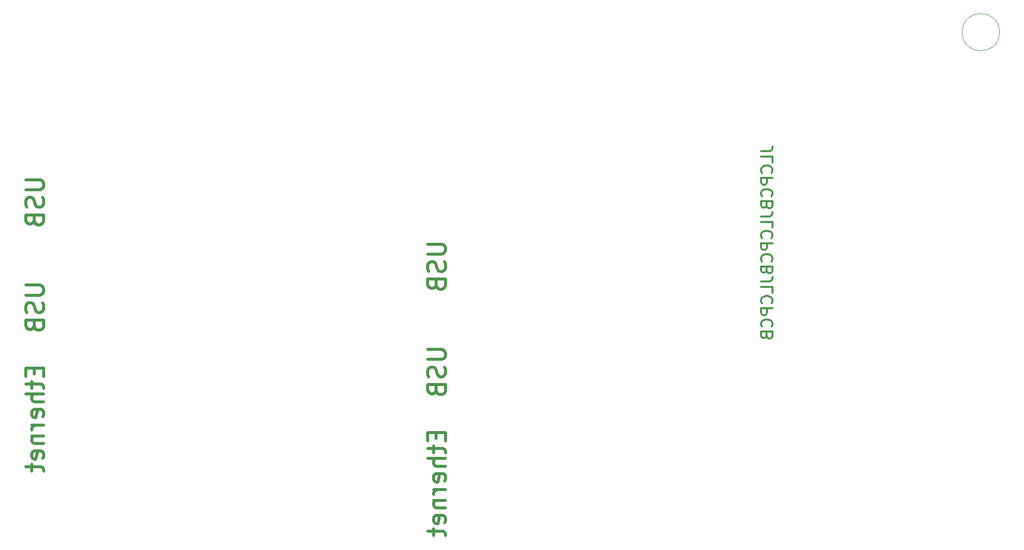
<source format=gbr>
%TF.GenerationSoftware,KiCad,Pcbnew,(5.1.5)-3*%
%TF.CreationDate,2020-09-07T19:44:54+02:00*%
%TF.ProjectId,fusion,66757369-6f6e-42e6-9b69-6361645f7063,rev?*%
%TF.SameCoordinates,Original*%
%TF.FileFunction,Legend,Bot*%
%TF.FilePolarity,Positive*%
%FSLAX46Y46*%
G04 Gerber Fmt 4.6, Leading zero omitted, Abs format (unit mm)*
G04 Created by KiCad (PCBNEW (5.1.5)-3) date 2020-09-07 19:44:54*
%MOMM*%
%LPD*%
G04 APERTURE LIST*
%ADD10C,0.300000*%
%ADD11C,0.120000*%
%ADD12C,0.500000*%
G04 APERTURE END LIST*
D10*
X219904761Y-69333333D02*
X221333333Y-69333333D01*
X221619047Y-69238095D01*
X221809523Y-69047619D01*
X221904761Y-68761904D01*
X221904761Y-68571428D01*
X221904761Y-71238095D02*
X221904761Y-70285714D01*
X219904761Y-70285714D01*
X221714285Y-73047619D02*
X221809523Y-72952380D01*
X221904761Y-72666666D01*
X221904761Y-72476190D01*
X221809523Y-72190476D01*
X221619047Y-72000000D01*
X221428571Y-71904761D01*
X221047619Y-71809523D01*
X220761904Y-71809523D01*
X220380952Y-71904761D01*
X220190476Y-72000000D01*
X220000000Y-72190476D01*
X219904761Y-72476190D01*
X219904761Y-72666666D01*
X220000000Y-72952380D01*
X220095238Y-73047619D01*
X221904761Y-73904761D02*
X219904761Y-73904761D01*
X219904761Y-74666666D01*
X220000000Y-74857142D01*
X220095238Y-74952380D01*
X220285714Y-75047619D01*
X220571428Y-75047619D01*
X220761904Y-74952380D01*
X220857142Y-74857142D01*
X220952380Y-74666666D01*
X220952380Y-73904761D01*
X221714285Y-77047619D02*
X221809523Y-76952380D01*
X221904761Y-76666666D01*
X221904761Y-76476190D01*
X221809523Y-76190476D01*
X221619047Y-76000000D01*
X221428571Y-75904761D01*
X221047619Y-75809523D01*
X220761904Y-75809523D01*
X220380952Y-75904761D01*
X220190476Y-76000000D01*
X220000000Y-76190476D01*
X219904761Y-76476190D01*
X219904761Y-76666666D01*
X220000000Y-76952380D01*
X220095238Y-77047619D01*
X220857142Y-78571428D02*
X220952380Y-78857142D01*
X221047619Y-78952380D01*
X221238095Y-79047619D01*
X221523809Y-79047619D01*
X221714285Y-78952380D01*
X221809523Y-78857142D01*
X221904761Y-78666666D01*
X221904761Y-77904761D01*
X219904761Y-77904761D01*
X219904761Y-78571428D01*
X220000000Y-78761904D01*
X220095238Y-78857142D01*
X220285714Y-78952380D01*
X220476190Y-78952380D01*
X220666666Y-78857142D01*
X220761904Y-78761904D01*
X220857142Y-78571428D01*
X220857142Y-77904761D01*
X219904761Y-80476190D02*
X221333333Y-80476190D01*
X221619047Y-80380952D01*
X221809523Y-80190476D01*
X221904761Y-79904761D01*
X221904761Y-79714285D01*
X221904761Y-82380952D02*
X221904761Y-81428571D01*
X219904761Y-81428571D01*
X221714285Y-84190476D02*
X221809523Y-84095238D01*
X221904761Y-83809523D01*
X221904761Y-83619047D01*
X221809523Y-83333333D01*
X221619047Y-83142857D01*
X221428571Y-83047619D01*
X221047619Y-82952380D01*
X220761904Y-82952380D01*
X220380952Y-83047619D01*
X220190476Y-83142857D01*
X220000000Y-83333333D01*
X219904761Y-83619047D01*
X219904761Y-83809523D01*
X220000000Y-84095238D01*
X220095238Y-84190476D01*
X221904761Y-85047619D02*
X219904761Y-85047619D01*
X219904761Y-85809523D01*
X220000000Y-86000000D01*
X220095238Y-86095238D01*
X220285714Y-86190476D01*
X220571428Y-86190476D01*
X220761904Y-86095238D01*
X220857142Y-86000000D01*
X220952380Y-85809523D01*
X220952380Y-85047619D01*
X221714285Y-88190476D02*
X221809523Y-88095238D01*
X221904761Y-87809523D01*
X221904761Y-87619047D01*
X221809523Y-87333333D01*
X221619047Y-87142857D01*
X221428571Y-87047619D01*
X221047619Y-86952380D01*
X220761904Y-86952380D01*
X220380952Y-87047619D01*
X220190476Y-87142857D01*
X220000000Y-87333333D01*
X219904761Y-87619047D01*
X219904761Y-87809523D01*
X220000000Y-88095238D01*
X220095238Y-88190476D01*
X220857142Y-89714285D02*
X220952380Y-90000000D01*
X221047619Y-90095238D01*
X221238095Y-90190476D01*
X221523809Y-90190476D01*
X221714285Y-90095238D01*
X221809523Y-90000000D01*
X221904761Y-89809523D01*
X221904761Y-89047619D01*
X219904761Y-89047619D01*
X219904761Y-89714285D01*
X220000000Y-89904761D01*
X220095238Y-90000000D01*
X220285714Y-90095238D01*
X220476190Y-90095238D01*
X220666666Y-90000000D01*
X220761904Y-89904761D01*
X220857142Y-89714285D01*
X220857142Y-89047619D01*
X219904761Y-91619047D02*
X221333333Y-91619047D01*
X221619047Y-91523809D01*
X221809523Y-91333333D01*
X221904761Y-91047619D01*
X221904761Y-90857142D01*
X221904761Y-93523809D02*
X221904761Y-92571428D01*
X219904761Y-92571428D01*
X221714285Y-95333333D02*
X221809523Y-95238095D01*
X221904761Y-94952380D01*
X221904761Y-94761904D01*
X221809523Y-94476190D01*
X221619047Y-94285714D01*
X221428571Y-94190476D01*
X221047619Y-94095238D01*
X220761904Y-94095238D01*
X220380952Y-94190476D01*
X220190476Y-94285714D01*
X220000000Y-94476190D01*
X219904761Y-94761904D01*
X219904761Y-94952380D01*
X220000000Y-95238095D01*
X220095238Y-95333333D01*
X221904761Y-96190476D02*
X219904761Y-96190476D01*
X219904761Y-96952380D01*
X220000000Y-97142857D01*
X220095238Y-97238095D01*
X220285714Y-97333333D01*
X220571428Y-97333333D01*
X220761904Y-97238095D01*
X220857142Y-97142857D01*
X220952380Y-96952380D01*
X220952380Y-96190476D01*
X221714285Y-99333333D02*
X221809523Y-99238095D01*
X221904761Y-98952380D01*
X221904761Y-98761904D01*
X221809523Y-98476190D01*
X221619047Y-98285714D01*
X221428571Y-98190476D01*
X221047619Y-98095238D01*
X220761904Y-98095238D01*
X220380952Y-98190476D01*
X220190476Y-98285714D01*
X220000000Y-98476190D01*
X219904761Y-98761904D01*
X219904761Y-98952380D01*
X220000000Y-99238095D01*
X220095238Y-99333333D01*
X220857142Y-100857142D02*
X220952380Y-101142857D01*
X221047619Y-101238095D01*
X221238095Y-101333333D01*
X221523809Y-101333333D01*
X221714285Y-101238095D01*
X221809523Y-101142857D01*
X221904761Y-100952380D01*
X221904761Y-100190476D01*
X219904761Y-100190476D01*
X219904761Y-100857142D01*
X220000000Y-101047619D01*
X220095238Y-101142857D01*
X220285714Y-101238095D01*
X220476190Y-101238095D01*
X220666666Y-101142857D01*
X220761904Y-101047619D01*
X220857142Y-100857142D01*
X220857142Y-100190476D01*
D11*
X260614164Y-49000000D02*
G75*
G03X260614164Y-49000000I-3184164J0D01*
G01*
D12*
X95885714Y-106428571D02*
X95885714Y-107428571D01*
X97457142Y-107857142D02*
X97457142Y-106428571D01*
X94457142Y-106428571D01*
X94457142Y-107857142D01*
X95457142Y-108714285D02*
X95457142Y-109857142D01*
X94457142Y-109142857D02*
X97028571Y-109142857D01*
X97314285Y-109285714D01*
X97457142Y-109571428D01*
X97457142Y-109857142D01*
X97457142Y-110857142D02*
X94457142Y-110857142D01*
X97457142Y-112142857D02*
X95885714Y-112142857D01*
X95600000Y-112000000D01*
X95457142Y-111714285D01*
X95457142Y-111285714D01*
X95600000Y-111000000D01*
X95742857Y-110857142D01*
X97314285Y-114714285D02*
X97457142Y-114428571D01*
X97457142Y-113857142D01*
X97314285Y-113571428D01*
X97028571Y-113428571D01*
X95885714Y-113428571D01*
X95600000Y-113571428D01*
X95457142Y-113857142D01*
X95457142Y-114428571D01*
X95600000Y-114714285D01*
X95885714Y-114857142D01*
X96171428Y-114857142D01*
X96457142Y-113428571D01*
X97457142Y-116142857D02*
X95457142Y-116142857D01*
X96028571Y-116142857D02*
X95742857Y-116285714D01*
X95600000Y-116428571D01*
X95457142Y-116714285D01*
X95457142Y-117000000D01*
X95457142Y-118000000D02*
X97457142Y-118000000D01*
X95742857Y-118000000D02*
X95600000Y-118142857D01*
X95457142Y-118428571D01*
X95457142Y-118857142D01*
X95600000Y-119142857D01*
X95885714Y-119285714D01*
X97457142Y-119285714D01*
X97314285Y-121857142D02*
X97457142Y-121571428D01*
X97457142Y-121000000D01*
X97314285Y-120714285D01*
X97028571Y-120571428D01*
X95885714Y-120571428D01*
X95600000Y-120714285D01*
X95457142Y-121000000D01*
X95457142Y-121571428D01*
X95600000Y-121857142D01*
X95885714Y-122000000D01*
X96171428Y-122000000D01*
X96457142Y-120571428D01*
X95457142Y-122857142D02*
X95457142Y-124000000D01*
X94457142Y-123285714D02*
X97028571Y-123285714D01*
X97314285Y-123428571D01*
X97457142Y-123714285D01*
X97457142Y-124000000D01*
X94457142Y-74214285D02*
X96885714Y-74214285D01*
X97171428Y-74357142D01*
X97314285Y-74500000D01*
X97457142Y-74785714D01*
X97457142Y-75357142D01*
X97314285Y-75642857D01*
X97171428Y-75785714D01*
X96885714Y-75928571D01*
X94457142Y-75928571D01*
X97314285Y-77214285D02*
X97457142Y-77642857D01*
X97457142Y-78357142D01*
X97314285Y-78642857D01*
X97171428Y-78785714D01*
X96885714Y-78928571D01*
X96600000Y-78928571D01*
X96314285Y-78785714D01*
X96171428Y-78642857D01*
X96028571Y-78357142D01*
X95885714Y-77785714D01*
X95742857Y-77500000D01*
X95600000Y-77357142D01*
X95314285Y-77214285D01*
X95028571Y-77214285D01*
X94742857Y-77357142D01*
X94600000Y-77500000D01*
X94457142Y-77785714D01*
X94457142Y-78500000D01*
X94600000Y-78928571D01*
X95885714Y-81214285D02*
X96028571Y-81642857D01*
X96171428Y-81785714D01*
X96457142Y-81928571D01*
X96885714Y-81928571D01*
X97171428Y-81785714D01*
X97314285Y-81642857D01*
X97457142Y-81357142D01*
X97457142Y-80214285D01*
X94457142Y-80214285D01*
X94457142Y-81214285D01*
X94600000Y-81500000D01*
X94742857Y-81642857D01*
X95028571Y-81785714D01*
X95314285Y-81785714D01*
X95600000Y-81642857D01*
X95742857Y-81500000D01*
X95885714Y-81214285D01*
X95885714Y-80214285D01*
X94457142Y-92214285D02*
X96885714Y-92214285D01*
X97171428Y-92357142D01*
X97314285Y-92500000D01*
X97457142Y-92785714D01*
X97457142Y-93357142D01*
X97314285Y-93642857D01*
X97171428Y-93785714D01*
X96885714Y-93928571D01*
X94457142Y-93928571D01*
X97314285Y-95214285D02*
X97457142Y-95642857D01*
X97457142Y-96357142D01*
X97314285Y-96642857D01*
X97171428Y-96785714D01*
X96885714Y-96928571D01*
X96600000Y-96928571D01*
X96314285Y-96785714D01*
X96171428Y-96642857D01*
X96028571Y-96357142D01*
X95885714Y-95785714D01*
X95742857Y-95500000D01*
X95600000Y-95357142D01*
X95314285Y-95214285D01*
X95028571Y-95214285D01*
X94742857Y-95357142D01*
X94600000Y-95500000D01*
X94457142Y-95785714D01*
X94457142Y-96500000D01*
X94600000Y-96928571D01*
X95885714Y-99214285D02*
X96028571Y-99642857D01*
X96171428Y-99785714D01*
X96457142Y-99928571D01*
X96885714Y-99928571D01*
X97171428Y-99785714D01*
X97314285Y-99642857D01*
X97457142Y-99357142D01*
X97457142Y-98214285D01*
X94457142Y-98214285D01*
X94457142Y-99214285D01*
X94600000Y-99500000D01*
X94742857Y-99642857D01*
X95028571Y-99785714D01*
X95314285Y-99785714D01*
X95600000Y-99642857D01*
X95742857Y-99500000D01*
X95885714Y-99214285D01*
X95885714Y-98214285D01*
X163057142Y-103214285D02*
X165485714Y-103214285D01*
X165771428Y-103357142D01*
X165914285Y-103500000D01*
X166057142Y-103785714D01*
X166057142Y-104357142D01*
X165914285Y-104642857D01*
X165771428Y-104785714D01*
X165485714Y-104928571D01*
X163057142Y-104928571D01*
X165914285Y-106214285D02*
X166057142Y-106642857D01*
X166057142Y-107357142D01*
X165914285Y-107642857D01*
X165771428Y-107785714D01*
X165485714Y-107928571D01*
X165200000Y-107928571D01*
X164914285Y-107785714D01*
X164771428Y-107642857D01*
X164628571Y-107357142D01*
X164485714Y-106785714D01*
X164342857Y-106500000D01*
X164200000Y-106357142D01*
X163914285Y-106214285D01*
X163628571Y-106214285D01*
X163342857Y-106357142D01*
X163200000Y-106500000D01*
X163057142Y-106785714D01*
X163057142Y-107500000D01*
X163200000Y-107928571D01*
X164485714Y-110214285D02*
X164628571Y-110642857D01*
X164771428Y-110785714D01*
X165057142Y-110928571D01*
X165485714Y-110928571D01*
X165771428Y-110785714D01*
X165914285Y-110642857D01*
X166057142Y-110357142D01*
X166057142Y-109214285D01*
X163057142Y-109214285D01*
X163057142Y-110214285D01*
X163200000Y-110500000D01*
X163342857Y-110642857D01*
X163628571Y-110785714D01*
X163914285Y-110785714D01*
X164200000Y-110642857D01*
X164342857Y-110500000D01*
X164485714Y-110214285D01*
X164485714Y-109214285D01*
X163057142Y-85214285D02*
X165485714Y-85214285D01*
X165771428Y-85357142D01*
X165914285Y-85500000D01*
X166057142Y-85785714D01*
X166057142Y-86357142D01*
X165914285Y-86642857D01*
X165771428Y-86785714D01*
X165485714Y-86928571D01*
X163057142Y-86928571D01*
X165914285Y-88214285D02*
X166057142Y-88642857D01*
X166057142Y-89357142D01*
X165914285Y-89642857D01*
X165771428Y-89785714D01*
X165485714Y-89928571D01*
X165200000Y-89928571D01*
X164914285Y-89785714D01*
X164771428Y-89642857D01*
X164628571Y-89357142D01*
X164485714Y-88785714D01*
X164342857Y-88500000D01*
X164200000Y-88357142D01*
X163914285Y-88214285D01*
X163628571Y-88214285D01*
X163342857Y-88357142D01*
X163200000Y-88500000D01*
X163057142Y-88785714D01*
X163057142Y-89500000D01*
X163200000Y-89928571D01*
X164485714Y-92214285D02*
X164628571Y-92642857D01*
X164771428Y-92785714D01*
X165057142Y-92928571D01*
X165485714Y-92928571D01*
X165771428Y-92785714D01*
X165914285Y-92642857D01*
X166057142Y-92357142D01*
X166057142Y-91214285D01*
X163057142Y-91214285D01*
X163057142Y-92214285D01*
X163200000Y-92500000D01*
X163342857Y-92642857D01*
X163628571Y-92785714D01*
X163914285Y-92785714D01*
X164200000Y-92642857D01*
X164342857Y-92500000D01*
X164485714Y-92214285D01*
X164485714Y-91214285D01*
X164485714Y-117428571D02*
X164485714Y-118428571D01*
X166057142Y-118857142D02*
X166057142Y-117428571D01*
X163057142Y-117428571D01*
X163057142Y-118857142D01*
X164057142Y-119714285D02*
X164057142Y-120857142D01*
X163057142Y-120142857D02*
X165628571Y-120142857D01*
X165914285Y-120285714D01*
X166057142Y-120571428D01*
X166057142Y-120857142D01*
X166057142Y-121857142D02*
X163057142Y-121857142D01*
X166057142Y-123142857D02*
X164485714Y-123142857D01*
X164200000Y-123000000D01*
X164057142Y-122714285D01*
X164057142Y-122285714D01*
X164200000Y-122000000D01*
X164342857Y-121857142D01*
X165914285Y-125714285D02*
X166057142Y-125428571D01*
X166057142Y-124857142D01*
X165914285Y-124571428D01*
X165628571Y-124428571D01*
X164485714Y-124428571D01*
X164200000Y-124571428D01*
X164057142Y-124857142D01*
X164057142Y-125428571D01*
X164200000Y-125714285D01*
X164485714Y-125857142D01*
X164771428Y-125857142D01*
X165057142Y-124428571D01*
X166057142Y-127142857D02*
X164057142Y-127142857D01*
X164628571Y-127142857D02*
X164342857Y-127285714D01*
X164200000Y-127428571D01*
X164057142Y-127714285D01*
X164057142Y-128000000D01*
X164057142Y-129000000D02*
X166057142Y-129000000D01*
X164342857Y-129000000D02*
X164200000Y-129142857D01*
X164057142Y-129428571D01*
X164057142Y-129857142D01*
X164200000Y-130142857D01*
X164485714Y-130285714D01*
X166057142Y-130285714D01*
X165914285Y-132857142D02*
X166057142Y-132571428D01*
X166057142Y-132000000D01*
X165914285Y-131714285D01*
X165628571Y-131571428D01*
X164485714Y-131571428D01*
X164200000Y-131714285D01*
X164057142Y-132000000D01*
X164057142Y-132571428D01*
X164200000Y-132857142D01*
X164485714Y-133000000D01*
X164771428Y-133000000D01*
X165057142Y-131571428D01*
X164057142Y-133857142D02*
X164057142Y-135000000D01*
X163057142Y-134285714D02*
X165628571Y-134285714D01*
X165914285Y-134428571D01*
X166057142Y-134714285D01*
X166057142Y-135000000D01*
M02*

</source>
